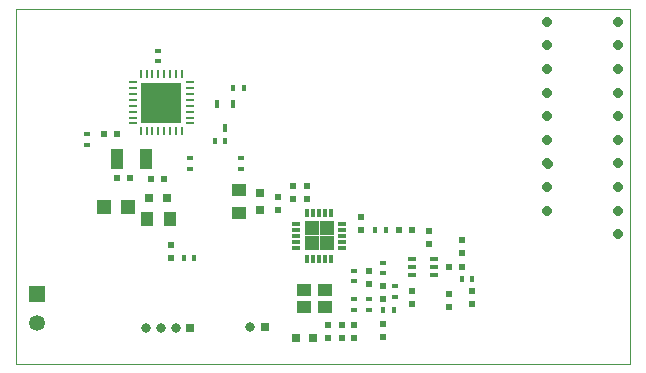
<source format=gbr>
G04 #@! TF.FileFunction,Soldermask,Top*
%FSLAX46Y46*%
G04 Gerber Fmt 4.6, Leading zero omitted, Abs format (unit mm)*
G04 Created by KiCad (PCBNEW 4.0.2+dfsg1-stable) date ven 28 dic 2018 11:35:04 CET*
%MOMM*%
G01*
G04 APERTURE LIST*
%ADD10C,0.100000*%
%ADD11C,0.863600*%
%ADD12R,0.600000X0.500000*%
%ADD13R,0.750000X0.800000*%
%ADD14R,0.800000X0.750000*%
%ADD15R,0.500000X0.600000*%
%ADD16R,1.250000X1.000000*%
%ADD17R,1.000000X1.250000*%
%ADD18R,1.198880X1.198880*%
%ADD19R,0.600000X0.400000*%
%ADD20R,0.400000X0.600000*%
%ADD21R,0.800000X0.800000*%
%ADD22O,0.800000X0.800000*%
%ADD23R,1.350000X1.350000*%
%ADD24C,1.350000*%
%ADD25R,0.457200X0.711200*%
%ADD26R,1.000000X1.800000*%
%ADD27R,0.650000X0.400000*%
%ADD28R,1.150000X1.000000*%
%ADD29R,0.730000X0.300000*%
%ADD30R,0.300000X0.730000*%
%ADD31R,1.250000X1.250000*%
%ADD32C,0.600000*%
%ADD33R,0.700000X0.250000*%
%ADD34R,0.250000X0.700000*%
%ADD35R,1.725000X1.725000*%
G04 APERTURE END LIST*
D10*
X173697120Y-70957440D02*
X121697120Y-70957440D01*
X173697120Y-100957440D02*
X173697120Y-70957440D01*
X121697120Y-100957440D02*
X173697120Y-100957440D01*
X121697120Y-70957440D02*
X121697120Y-100957440D01*
D11*
X166657020Y-82014060D02*
X166657020Y-82014060D01*
X166657020Y-84013040D02*
X166657020Y-84013040D01*
X166730680Y-84046060D02*
X166730680Y-84046060D01*
X166657020Y-86014560D02*
X166657020Y-86014560D01*
X166657020Y-88013540D02*
X166657020Y-88013540D01*
X172656500Y-88013540D02*
X172656500Y-88013540D01*
X172656500Y-86014560D02*
X172656500Y-86014560D01*
X172656500Y-84013040D02*
X172656500Y-84013040D01*
X172656500Y-82014060D02*
X172656500Y-82014060D01*
X172656500Y-80015080D02*
X172656500Y-80015080D01*
X172656500Y-78013560D02*
X172656500Y-78013560D01*
X172656500Y-76014580D02*
X172656500Y-76014580D01*
X172656500Y-74013060D02*
X172656500Y-74013060D01*
X172656500Y-72014080D02*
X172656500Y-72014080D01*
X166657020Y-72014080D02*
X166657020Y-72014080D01*
X166657020Y-74013060D02*
X166657020Y-74013060D01*
X166657020Y-76014580D02*
X166657020Y-76014580D01*
X166657020Y-78013560D02*
X166657020Y-78013560D01*
X166657020Y-80015080D02*
X166657020Y-80015080D01*
X172656500Y-90015060D02*
X172656500Y-90015060D01*
D12*
X159442240Y-92766960D03*
X158342240Y-92766960D03*
D13*
X142344140Y-87982300D03*
X142344140Y-86482300D03*
D14*
X134487202Y-86963456D03*
X132987202Y-86963456D03*
D15*
X156636720Y-90797280D03*
X156636720Y-89697280D03*
X145186400Y-86997440D03*
X145186400Y-85897440D03*
D14*
X145372960Y-98796920D03*
X146872960Y-98796920D03*
D15*
X146367500Y-87010140D03*
X146367500Y-85910140D03*
X150947120Y-89647840D03*
X150947120Y-88547840D03*
X150324820Y-97718600D03*
X150324820Y-98818600D03*
X149263100Y-97719780D03*
X149263100Y-98819780D03*
X151597360Y-94198340D03*
X151597360Y-93098340D03*
X152778460Y-97601760D03*
X152778460Y-98701760D03*
X152803860Y-95508980D03*
X152803860Y-94408980D03*
X148137880Y-97721140D03*
X148137880Y-98821140D03*
D16*
X140555980Y-88232300D03*
X140555980Y-86232300D03*
D15*
X143855440Y-87993400D03*
X143855440Y-86893400D03*
D12*
X155202980Y-89640220D03*
X154102980Y-89640220D03*
D15*
X158335980Y-95066840D03*
X158335980Y-96166840D03*
X155219400Y-95940780D03*
X155219400Y-94840780D03*
D17*
X134770222Y-88718596D03*
X132770222Y-88718596D03*
D15*
X159440880Y-91629220D03*
X159440880Y-90529220D03*
D12*
X134232682Y-85299756D03*
X133132682Y-85299756D03*
D15*
X160342580Y-94830620D03*
X160342580Y-95930620D03*
D12*
X131349602Y-85284516D03*
X130249602Y-85284516D03*
X129107962Y-81535476D03*
X130207962Y-81535476D03*
D15*
X134823200Y-91991080D03*
X134823200Y-90891080D03*
D18*
X131213860Y-87674260D03*
X129115820Y-87674260D03*
D19*
X150332440Y-93094620D03*
X150332440Y-93994620D03*
D20*
X153001980Y-89647840D03*
X152101980Y-89647840D03*
X160337500Y-93805820D03*
X159437500Y-93805820D03*
X153670840Y-96396620D03*
X152770840Y-96396620D03*
D19*
X151599900Y-96409320D03*
X151599900Y-95509320D03*
X153812240Y-95310340D03*
X153812240Y-94410340D03*
D21*
X136472620Y-97914460D03*
D22*
X135222620Y-97914460D03*
X133972620Y-97914460D03*
X132722620Y-97914460D03*
D23*
X123489720Y-95041720D03*
D24*
X123489720Y-97541720D03*
D21*
X142801340Y-97824100D03*
D22*
X141551340Y-97824100D03*
D25*
X140063220Y-78968600D03*
X138742420Y-78968600D03*
X139402820Y-81000600D03*
D26*
X132744382Y-83636056D03*
X130244382Y-83636056D03*
D19*
X152803860Y-93331260D03*
X152803860Y-92431260D03*
D20*
X140072540Y-77655420D03*
X140972540Y-77655420D03*
D19*
X136414362Y-83547156D03*
X136414362Y-84447156D03*
X140790782Y-83556896D03*
X140790782Y-84456896D03*
D20*
X139419602Y-82119676D03*
X138519602Y-82119676D03*
X136802280Y-91982100D03*
X135902280Y-91982100D03*
D19*
X127750422Y-81545216D03*
X127750422Y-82445216D03*
X150334980Y-96409320D03*
X150334980Y-95509320D03*
X133747362Y-75361156D03*
X133747362Y-74461156D03*
D27*
X155216820Y-92132200D03*
X155216820Y-93432200D03*
X157116820Y-92782200D03*
X155216820Y-92782200D03*
X157116820Y-93432200D03*
X157116820Y-92132200D03*
D28*
X147853340Y-94769940D03*
X146103340Y-94769940D03*
X146103340Y-96169940D03*
X147853340Y-96169940D03*
D29*
X149338180Y-91148380D03*
X149338180Y-90648380D03*
X149338180Y-90148380D03*
X149338180Y-89648380D03*
X149338180Y-89148380D03*
D30*
X148373180Y-88183380D03*
X147873180Y-88183380D03*
X147373180Y-88183380D03*
X146873180Y-88183380D03*
X146373180Y-88183380D03*
D29*
X145408180Y-89148380D03*
X145408180Y-89648380D03*
X145408180Y-90148380D03*
X145408180Y-90648380D03*
X145408180Y-91148380D03*
D30*
X146373180Y-92113380D03*
X146873180Y-92113380D03*
X147373180Y-92113380D03*
X147873180Y-92113380D03*
X148373180Y-92113380D03*
D31*
X146748180Y-89523380D03*
X146748180Y-90773380D03*
X147998180Y-89523380D03*
X147998180Y-90773380D03*
D32*
X147931980Y-90656380D03*
X146814380Y-90656380D03*
X147931980Y-89640380D03*
X146814380Y-89640380D03*
D33*
X136397722Y-80635156D03*
X136397722Y-80135156D03*
X136397722Y-79635156D03*
X136397722Y-79135156D03*
X136397722Y-78635156D03*
X136397722Y-78135156D03*
X136397722Y-77635156D03*
X136397722Y-77135156D03*
D34*
X135747722Y-76485156D03*
X135247722Y-76485156D03*
X134747722Y-76485156D03*
X134247722Y-76485156D03*
X133747722Y-76485156D03*
X133247722Y-76485156D03*
X132747722Y-76485156D03*
X132247722Y-76485156D03*
D33*
X131597722Y-77135156D03*
X131597722Y-77635156D03*
X131597722Y-78135156D03*
X131597722Y-78635156D03*
X131597722Y-79135156D03*
X131597722Y-79635156D03*
X131597722Y-80135156D03*
X131597722Y-80635156D03*
D34*
X132247722Y-81285156D03*
X132747722Y-81285156D03*
X133247722Y-81285156D03*
X133747722Y-81285156D03*
X134247722Y-81285156D03*
X134747722Y-81285156D03*
X135247722Y-81285156D03*
X135747722Y-81285156D03*
D35*
X133135222Y-78022656D03*
X133135222Y-79747656D03*
X134860222Y-78022656D03*
X134860222Y-79747656D03*
D32*
X135216922Y-80104356D03*
X133997722Y-80104356D03*
X132778522Y-80104356D03*
X135216922Y-78935956D03*
X133997722Y-78935956D03*
X132778522Y-78935956D03*
X135216922Y-77818356D03*
X133997722Y-77818356D03*
X132778522Y-77818356D03*
M02*

</source>
